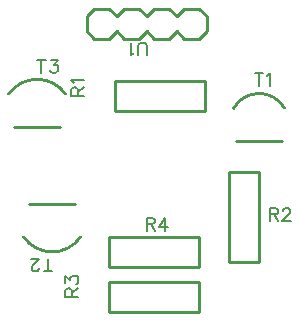
<source format=gto>
G04 Layer: TopSilkLayer*
G04 EasyEDA v6.3.53, 2020-07-21T18:42:38+02:00*
G04 Gerber Generator version 0.2*
G04 Scale: 100 percent, Rotated: No, Reflected: No *
G04 Dimensions in millimeters *
G04 leading zeros omitted , absolute positions ,3 integer and 3 decimal *
%FSLAX33Y33*%
%MOMM*%
G90*
G71D02*

%ADD10C,0.254000*%
%ADD17C,0.152400*%

%LPD*%
G54D10*
G01X6835Y17072D02*
G01X2876Y17072D01*
G01X4146Y10546D02*
G01X8105Y10546D01*
G01X11459Y18444D02*
G01X11459Y20984D01*
G01X19079Y20984D01*
G01X19079Y18444D01*
G01X11459Y18444D01*
G01X21111Y13237D02*
G01X23651Y13237D01*
G01X23651Y5617D01*
G01X21111Y5617D01*
G01X21111Y13237D01*
G01X10951Y1426D02*
G01X10951Y3966D01*
G01X18571Y3966D01*
G01X18571Y1426D01*
G01X10951Y1426D01*
G01X10951Y5236D02*
G01X10951Y7776D01*
G01X18571Y7776D01*
G01X18571Y5236D01*
G01X10951Y5236D01*
G01X25631Y15929D02*
G01X21672Y15929D01*
G01X16031Y24540D02*
G01X14761Y24540D01*
G01X14126Y25175D01*
G01X13491Y24540D01*
G01X12221Y24540D01*
G01X11586Y25175D01*
G01X10951Y24540D01*
G01X9681Y24540D01*
G01X9046Y25175D01*
G01X9046Y26445D01*
G01X9681Y27080D01*
G01X12221Y27080D02*
G01X13491Y27080D01*
G01X14126Y26445D01*
G01X14761Y27080D01*
G01X16031Y27080D01*
G01X16666Y26445D01*
G01X17301Y27080D01*
G01X18571Y27080D01*
G01X19206Y26445D01*
G01X19206Y25175D01*
G01X18571Y24540D01*
G01X9681Y24540D02*
G01X9046Y25175D01*
G01X9046Y26445D01*
G01X9681Y27080D01*
G01X10951Y27080D01*
G01X11586Y26445D01*
G01X12221Y27080D01*
G01X13491Y27080D01*
G01X14126Y26445D01*
G01X14761Y27080D01*
G01X16031Y27080D01*
G01X16666Y26445D01*
G01X17301Y27080D01*
G01X18571Y27080D01*
G01X19206Y26445D01*
G01X18571Y27080D02*
G01X19206Y26445D01*
G01X19206Y25175D01*
G01X18571Y24540D01*
G01X17301Y24540D01*
G01X16666Y25175D01*
G01X16031Y24540D01*
G01X14761Y24540D01*
G01X14126Y25175D01*
G01X13491Y24540D01*
G01X12221Y24540D01*
G01X11586Y25175D01*
G01X10951Y24540D01*
G01X9681Y24540D01*
G01X9046Y25175D01*
G54D17*
G01X5219Y22773D02*
G01X5219Y21683D01*
G01X4855Y22773D02*
G01X5582Y22773D01*
G01X6029Y22773D02*
G01X6600Y22773D01*
G01X6291Y22356D01*
G01X6446Y22356D01*
G01X6550Y22305D01*
G01X6600Y22254D01*
G01X6654Y22097D01*
G01X6654Y21993D01*
G01X6600Y21838D01*
G01X6496Y21734D01*
G01X6341Y21683D01*
G01X6186Y21683D01*
G01X6029Y21734D01*
G01X5978Y21785D01*
G01X5925Y21889D01*
G01X5762Y4845D02*
G01X5762Y5935D01*
G01X6125Y4845D02*
G01X5399Y4845D01*
G01X5003Y5104D02*
G01X5003Y5054D01*
G01X4952Y4949D01*
G01X4899Y4896D01*
G01X4795Y4845D01*
G01X4589Y4845D01*
G01X4485Y4896D01*
G01X4431Y4949D01*
G01X4380Y5054D01*
G01X4380Y5158D01*
G01X4431Y5262D01*
G01X4535Y5417D01*
G01X5056Y5935D01*
G01X4327Y5935D01*
G01X7766Y19714D02*
G01X8856Y19714D01*
G01X7766Y19714D02*
G01X7766Y20182D01*
G01X7817Y20337D01*
G01X7870Y20390D01*
G01X7975Y20441D01*
G01X8079Y20441D01*
G01X8183Y20390D01*
G01X8234Y20337D01*
G01X8284Y20182D01*
G01X8284Y19714D01*
G01X8284Y20078D02*
G01X8856Y20441D01*
G01X7975Y20784D02*
G01X7921Y20888D01*
G01X7766Y21045D01*
G01X8856Y21045D01*
G01X24540Y10200D02*
G01X24540Y9110D01*
G01X24540Y10200D02*
G01X25008Y10200D01*
G01X25163Y10149D01*
G01X25216Y10095D01*
G01X25267Y9991D01*
G01X25267Y9887D01*
G01X25216Y9783D01*
G01X25163Y9732D01*
G01X25008Y9681D01*
G01X24540Y9681D01*
G01X24904Y9681D02*
G01X25267Y9110D01*
G01X25663Y9941D02*
G01X25663Y9991D01*
G01X25714Y10095D01*
G01X25767Y10149D01*
G01X25871Y10200D01*
G01X26077Y10200D01*
G01X26181Y10149D01*
G01X26235Y10095D01*
G01X26285Y9991D01*
G01X26285Y9887D01*
G01X26235Y9783D01*
G01X26131Y9628D01*
G01X25610Y9110D01*
G01X26339Y9110D01*
G01X7258Y2696D02*
G01X8348Y2696D01*
G01X7258Y2696D02*
G01X7258Y3164D01*
G01X7309Y3319D01*
G01X7362Y3372D01*
G01X7467Y3423D01*
G01X7571Y3423D01*
G01X7675Y3372D01*
G01X7726Y3319D01*
G01X7776Y3164D01*
G01X7776Y2696D01*
G01X7776Y3060D02*
G01X8348Y3423D01*
G01X7258Y3870D02*
G01X7258Y4441D01*
G01X7675Y4132D01*
G01X7675Y4287D01*
G01X7726Y4391D01*
G01X7776Y4441D01*
G01X7934Y4495D01*
G01X8038Y4495D01*
G01X8193Y4441D01*
G01X8297Y4337D01*
G01X8348Y4182D01*
G01X8348Y4027D01*
G01X8297Y3870D01*
G01X8246Y3819D01*
G01X8142Y3766D01*
G01X14118Y9373D02*
G01X14118Y8283D01*
G01X14118Y9373D02*
G01X14585Y9373D01*
G01X14740Y9322D01*
G01X14793Y9269D01*
G01X14844Y9165D01*
G01X14844Y9060D01*
G01X14793Y8956D01*
G01X14740Y8906D01*
G01X14585Y8855D01*
G01X14118Y8855D01*
G01X14481Y8855D02*
G01X14844Y8283D01*
G01X15708Y9373D02*
G01X15187Y8646D01*
G01X15967Y8646D01*
G01X15708Y9373D02*
G01X15708Y8283D01*
G01X23634Y21630D02*
G01X23634Y20540D01*
G01X23270Y21630D02*
G01X23997Y21630D01*
G01X24340Y21421D02*
G01X24444Y21475D01*
G01X24601Y21630D01*
G01X24601Y20540D01*
G01X14126Y23133D02*
G01X14126Y23913D01*
G01X14076Y24068D01*
G01X13972Y24172D01*
G01X13814Y24223D01*
G01X13710Y24223D01*
G01X13555Y24172D01*
G01X13451Y24068D01*
G01X13400Y23913D01*
G01X13400Y23133D01*
G01X13057Y23342D02*
G01X12953Y23288D01*
G01X12796Y23133D01*
G01X12796Y24223D01*
G54D10*
G75*
G01X2443Y19857D02*
G02X7269Y19857I2413J-1685D01*
G01*
G75*
G01X8539Y7762D02*
G02X3713Y7762I-2413J1685D01*
G01*
G75*
G01X25796Y18689D02*
G03X21481Y18640I-2144J-1260D01*
G01*
M00*
M02*

</source>
